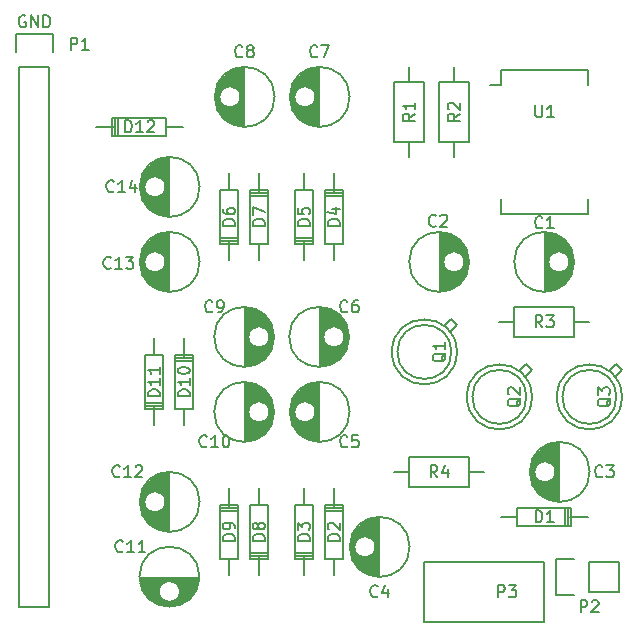
<source format=gto>
G04 #@! TF.FileFunction,Legend,Top*
%FSLAX46Y46*%
G04 Gerber Fmt 4.6, Leading zero omitted, Abs format (unit mm)*
G04 Created by KiCad (PCBNEW 4.0.4+e1-6308~48~ubuntu16.04.1-stable) date Mon Oct 24 14:34:27 2016*
%MOMM*%
%LPD*%
G01*
G04 APERTURE LIST*
%ADD10C,0.100000*%
%ADD11C,0.150000*%
G04 APERTURE END LIST*
D10*
D11*
X106680000Y-78740000D02*
X116840000Y-78740000D01*
X116840000Y-78740000D02*
X116840000Y-83820000D01*
X116840000Y-83820000D02*
X106680000Y-83820000D01*
X106680000Y-83820000D02*
X106680000Y-78740000D01*
X117830000Y-81560000D02*
X119380000Y-81560000D01*
X123190000Y-81280000D02*
X120650000Y-81280000D01*
X120650000Y-81280000D02*
X120650000Y-78740000D01*
X119380000Y-78460000D02*
X117830000Y-78460000D01*
X117830000Y-78460000D02*
X117830000Y-81560000D01*
X120650000Y-78740000D02*
X123190000Y-78740000D01*
X123190000Y-78740000D02*
X123190000Y-81280000D01*
X72390000Y-36830000D02*
X72390000Y-82550000D01*
X72390000Y-82550000D02*
X74930000Y-82550000D01*
X74930000Y-82550000D02*
X74930000Y-36830000D01*
X72110000Y-34010000D02*
X72110000Y-35560000D01*
X72390000Y-36830000D02*
X74930000Y-36830000D01*
X75210000Y-35560000D02*
X75210000Y-34010000D01*
X75210000Y-34010000D02*
X72110000Y-34010000D01*
X108005000Y-50841000D02*
X108005000Y-55839000D01*
X108145000Y-50849000D02*
X108145000Y-55831000D01*
X108285000Y-50865000D02*
X108285000Y-53245000D01*
X108285000Y-53435000D02*
X108285000Y-55815000D01*
X108425000Y-50889000D02*
X108425000Y-52850000D01*
X108425000Y-53830000D02*
X108425000Y-55791000D01*
X108565000Y-50922000D02*
X108565000Y-52683000D01*
X108565000Y-53997000D02*
X108565000Y-55758000D01*
X108705000Y-50963000D02*
X108705000Y-52576000D01*
X108705000Y-54104000D02*
X108705000Y-55717000D01*
X108845000Y-51013000D02*
X108845000Y-52505000D01*
X108845000Y-54175000D02*
X108845000Y-55667000D01*
X108985000Y-51074000D02*
X108985000Y-52461000D01*
X108985000Y-54219000D02*
X108985000Y-55606000D01*
X109125000Y-51144000D02*
X109125000Y-52442000D01*
X109125000Y-54238000D02*
X109125000Y-55536000D01*
X109265000Y-51226000D02*
X109265000Y-52444000D01*
X109265000Y-54236000D02*
X109265000Y-55454000D01*
X109405000Y-51321000D02*
X109405000Y-52469000D01*
X109405000Y-54211000D02*
X109405000Y-55359000D01*
X109545000Y-51432000D02*
X109545000Y-52517000D01*
X109545000Y-54163000D02*
X109545000Y-55248000D01*
X109685000Y-51560000D02*
X109685000Y-52595000D01*
X109685000Y-54085000D02*
X109685000Y-55120000D01*
X109825000Y-51709000D02*
X109825000Y-52712000D01*
X109825000Y-53968000D02*
X109825000Y-54971000D01*
X109965000Y-51888000D02*
X109965000Y-52900000D01*
X109965000Y-53780000D02*
X109965000Y-54792000D01*
X110105000Y-52107000D02*
X110105000Y-54573000D01*
X110245000Y-52396000D02*
X110245000Y-54284000D01*
X110385000Y-52868000D02*
X110385000Y-53812000D01*
X110080000Y-53340000D02*
G75*
G03X110080000Y-53340000I-900000J0D01*
G01*
X110467500Y-53340000D02*
G75*
G03X110467500Y-53340000I-2537500J0D01*
G01*
X116895000Y-50841000D02*
X116895000Y-55839000D01*
X117035000Y-50849000D02*
X117035000Y-55831000D01*
X117175000Y-50865000D02*
X117175000Y-53245000D01*
X117175000Y-53435000D02*
X117175000Y-55815000D01*
X117315000Y-50889000D02*
X117315000Y-52850000D01*
X117315000Y-53830000D02*
X117315000Y-55791000D01*
X117455000Y-50922000D02*
X117455000Y-52683000D01*
X117455000Y-53997000D02*
X117455000Y-55758000D01*
X117595000Y-50963000D02*
X117595000Y-52576000D01*
X117595000Y-54104000D02*
X117595000Y-55717000D01*
X117735000Y-51013000D02*
X117735000Y-52505000D01*
X117735000Y-54175000D02*
X117735000Y-55667000D01*
X117875000Y-51074000D02*
X117875000Y-52461000D01*
X117875000Y-54219000D02*
X117875000Y-55606000D01*
X118015000Y-51144000D02*
X118015000Y-52442000D01*
X118015000Y-54238000D02*
X118015000Y-55536000D01*
X118155000Y-51226000D02*
X118155000Y-52444000D01*
X118155000Y-54236000D02*
X118155000Y-55454000D01*
X118295000Y-51321000D02*
X118295000Y-52469000D01*
X118295000Y-54211000D02*
X118295000Y-55359000D01*
X118435000Y-51432000D02*
X118435000Y-52517000D01*
X118435000Y-54163000D02*
X118435000Y-55248000D01*
X118575000Y-51560000D02*
X118575000Y-52595000D01*
X118575000Y-54085000D02*
X118575000Y-55120000D01*
X118715000Y-51709000D02*
X118715000Y-52712000D01*
X118715000Y-53968000D02*
X118715000Y-54971000D01*
X118855000Y-51888000D02*
X118855000Y-52900000D01*
X118855000Y-53780000D02*
X118855000Y-54792000D01*
X118995000Y-52107000D02*
X118995000Y-54573000D01*
X119135000Y-52396000D02*
X119135000Y-54284000D01*
X119275000Y-52868000D02*
X119275000Y-53812000D01*
X118970000Y-53340000D02*
G75*
G03X118970000Y-53340000I-900000J0D01*
G01*
X119357500Y-53340000D02*
G75*
G03X119357500Y-53340000I-2537500J0D01*
G01*
X118055000Y-73619000D02*
X118055000Y-68621000D01*
X117915000Y-73611000D02*
X117915000Y-68629000D01*
X117775000Y-73595000D02*
X117775000Y-71215000D01*
X117775000Y-71025000D02*
X117775000Y-68645000D01*
X117635000Y-73571000D02*
X117635000Y-71610000D01*
X117635000Y-70630000D02*
X117635000Y-68669000D01*
X117495000Y-73538000D02*
X117495000Y-71777000D01*
X117495000Y-70463000D02*
X117495000Y-68702000D01*
X117355000Y-73497000D02*
X117355000Y-71884000D01*
X117355000Y-70356000D02*
X117355000Y-68743000D01*
X117215000Y-73447000D02*
X117215000Y-71955000D01*
X117215000Y-70285000D02*
X117215000Y-68793000D01*
X117075000Y-73386000D02*
X117075000Y-71999000D01*
X117075000Y-70241000D02*
X117075000Y-68854000D01*
X116935000Y-73316000D02*
X116935000Y-72018000D01*
X116935000Y-70222000D02*
X116935000Y-68924000D01*
X116795000Y-73234000D02*
X116795000Y-72016000D01*
X116795000Y-70224000D02*
X116795000Y-69006000D01*
X116655000Y-73139000D02*
X116655000Y-71991000D01*
X116655000Y-70249000D02*
X116655000Y-69101000D01*
X116515000Y-73028000D02*
X116515000Y-71943000D01*
X116515000Y-70297000D02*
X116515000Y-69212000D01*
X116375000Y-72900000D02*
X116375000Y-71865000D01*
X116375000Y-70375000D02*
X116375000Y-69340000D01*
X116235000Y-72751000D02*
X116235000Y-71748000D01*
X116235000Y-70492000D02*
X116235000Y-69489000D01*
X116095000Y-72572000D02*
X116095000Y-71560000D01*
X116095000Y-70680000D02*
X116095000Y-69668000D01*
X115955000Y-72353000D02*
X115955000Y-69887000D01*
X115815000Y-72064000D02*
X115815000Y-70176000D01*
X115675000Y-71592000D02*
X115675000Y-70648000D01*
X117780000Y-71120000D02*
G75*
G03X117780000Y-71120000I-900000J0D01*
G01*
X120667500Y-71120000D02*
G75*
G03X120667500Y-71120000I-2537500J0D01*
G01*
X102815000Y-79969000D02*
X102815000Y-74971000D01*
X102675000Y-79961000D02*
X102675000Y-74979000D01*
X102535000Y-79945000D02*
X102535000Y-77565000D01*
X102535000Y-77375000D02*
X102535000Y-74995000D01*
X102395000Y-79921000D02*
X102395000Y-77960000D01*
X102395000Y-76980000D02*
X102395000Y-75019000D01*
X102255000Y-79888000D02*
X102255000Y-78127000D01*
X102255000Y-76813000D02*
X102255000Y-75052000D01*
X102115000Y-79847000D02*
X102115000Y-78234000D01*
X102115000Y-76706000D02*
X102115000Y-75093000D01*
X101975000Y-79797000D02*
X101975000Y-78305000D01*
X101975000Y-76635000D02*
X101975000Y-75143000D01*
X101835000Y-79736000D02*
X101835000Y-78349000D01*
X101835000Y-76591000D02*
X101835000Y-75204000D01*
X101695000Y-79666000D02*
X101695000Y-78368000D01*
X101695000Y-76572000D02*
X101695000Y-75274000D01*
X101555000Y-79584000D02*
X101555000Y-78366000D01*
X101555000Y-76574000D02*
X101555000Y-75356000D01*
X101415000Y-79489000D02*
X101415000Y-78341000D01*
X101415000Y-76599000D02*
X101415000Y-75451000D01*
X101275000Y-79378000D02*
X101275000Y-78293000D01*
X101275000Y-76647000D02*
X101275000Y-75562000D01*
X101135000Y-79250000D02*
X101135000Y-78215000D01*
X101135000Y-76725000D02*
X101135000Y-75690000D01*
X100995000Y-79101000D02*
X100995000Y-78098000D01*
X100995000Y-76842000D02*
X100995000Y-75839000D01*
X100855000Y-78922000D02*
X100855000Y-77910000D01*
X100855000Y-77030000D02*
X100855000Y-76018000D01*
X100715000Y-78703000D02*
X100715000Y-76237000D01*
X100575000Y-78414000D02*
X100575000Y-76526000D01*
X100435000Y-77942000D02*
X100435000Y-76998000D01*
X102540000Y-77470000D02*
G75*
G03X102540000Y-77470000I-900000J0D01*
G01*
X105427500Y-77470000D02*
G75*
G03X105427500Y-77470000I-2537500J0D01*
G01*
X97735000Y-68539000D02*
X97735000Y-63541000D01*
X97595000Y-68531000D02*
X97595000Y-63549000D01*
X97455000Y-68515000D02*
X97455000Y-66135000D01*
X97455000Y-65945000D02*
X97455000Y-63565000D01*
X97315000Y-68491000D02*
X97315000Y-66530000D01*
X97315000Y-65550000D02*
X97315000Y-63589000D01*
X97175000Y-68458000D02*
X97175000Y-66697000D01*
X97175000Y-65383000D02*
X97175000Y-63622000D01*
X97035000Y-68417000D02*
X97035000Y-66804000D01*
X97035000Y-65276000D02*
X97035000Y-63663000D01*
X96895000Y-68367000D02*
X96895000Y-66875000D01*
X96895000Y-65205000D02*
X96895000Y-63713000D01*
X96755000Y-68306000D02*
X96755000Y-66919000D01*
X96755000Y-65161000D02*
X96755000Y-63774000D01*
X96615000Y-68236000D02*
X96615000Y-66938000D01*
X96615000Y-65142000D02*
X96615000Y-63844000D01*
X96475000Y-68154000D02*
X96475000Y-66936000D01*
X96475000Y-65144000D02*
X96475000Y-63926000D01*
X96335000Y-68059000D02*
X96335000Y-66911000D01*
X96335000Y-65169000D02*
X96335000Y-64021000D01*
X96195000Y-67948000D02*
X96195000Y-66863000D01*
X96195000Y-65217000D02*
X96195000Y-64132000D01*
X96055000Y-67820000D02*
X96055000Y-66785000D01*
X96055000Y-65295000D02*
X96055000Y-64260000D01*
X95915000Y-67671000D02*
X95915000Y-66668000D01*
X95915000Y-65412000D02*
X95915000Y-64409000D01*
X95775000Y-67492000D02*
X95775000Y-66480000D01*
X95775000Y-65600000D02*
X95775000Y-64588000D01*
X95635000Y-67273000D02*
X95635000Y-64807000D01*
X95495000Y-66984000D02*
X95495000Y-65096000D01*
X95355000Y-66512000D02*
X95355000Y-65568000D01*
X97460000Y-66040000D02*
G75*
G03X97460000Y-66040000I-900000J0D01*
G01*
X100347500Y-66040000D02*
G75*
G03X100347500Y-66040000I-2537500J0D01*
G01*
X97845000Y-57191000D02*
X97845000Y-62189000D01*
X97985000Y-57199000D02*
X97985000Y-62181000D01*
X98125000Y-57215000D02*
X98125000Y-59595000D01*
X98125000Y-59785000D02*
X98125000Y-62165000D01*
X98265000Y-57239000D02*
X98265000Y-59200000D01*
X98265000Y-60180000D02*
X98265000Y-62141000D01*
X98405000Y-57272000D02*
X98405000Y-59033000D01*
X98405000Y-60347000D02*
X98405000Y-62108000D01*
X98545000Y-57313000D02*
X98545000Y-58926000D01*
X98545000Y-60454000D02*
X98545000Y-62067000D01*
X98685000Y-57363000D02*
X98685000Y-58855000D01*
X98685000Y-60525000D02*
X98685000Y-62017000D01*
X98825000Y-57424000D02*
X98825000Y-58811000D01*
X98825000Y-60569000D02*
X98825000Y-61956000D01*
X98965000Y-57494000D02*
X98965000Y-58792000D01*
X98965000Y-60588000D02*
X98965000Y-61886000D01*
X99105000Y-57576000D02*
X99105000Y-58794000D01*
X99105000Y-60586000D02*
X99105000Y-61804000D01*
X99245000Y-57671000D02*
X99245000Y-58819000D01*
X99245000Y-60561000D02*
X99245000Y-61709000D01*
X99385000Y-57782000D02*
X99385000Y-58867000D01*
X99385000Y-60513000D02*
X99385000Y-61598000D01*
X99525000Y-57910000D02*
X99525000Y-58945000D01*
X99525000Y-60435000D02*
X99525000Y-61470000D01*
X99665000Y-58059000D02*
X99665000Y-59062000D01*
X99665000Y-60318000D02*
X99665000Y-61321000D01*
X99805000Y-58238000D02*
X99805000Y-59250000D01*
X99805000Y-60130000D02*
X99805000Y-61142000D01*
X99945000Y-58457000D02*
X99945000Y-60923000D01*
X100085000Y-58746000D02*
X100085000Y-60634000D01*
X100225000Y-59218000D02*
X100225000Y-60162000D01*
X99920000Y-59690000D02*
G75*
G03X99920000Y-59690000I-900000J0D01*
G01*
X100307500Y-59690000D02*
G75*
G03X100307500Y-59690000I-2537500J0D01*
G01*
X97735000Y-41869000D02*
X97735000Y-36871000D01*
X97595000Y-41861000D02*
X97595000Y-36879000D01*
X97455000Y-41845000D02*
X97455000Y-39465000D01*
X97455000Y-39275000D02*
X97455000Y-36895000D01*
X97315000Y-41821000D02*
X97315000Y-39860000D01*
X97315000Y-38880000D02*
X97315000Y-36919000D01*
X97175000Y-41788000D02*
X97175000Y-40027000D01*
X97175000Y-38713000D02*
X97175000Y-36952000D01*
X97035000Y-41747000D02*
X97035000Y-40134000D01*
X97035000Y-38606000D02*
X97035000Y-36993000D01*
X96895000Y-41697000D02*
X96895000Y-40205000D01*
X96895000Y-38535000D02*
X96895000Y-37043000D01*
X96755000Y-41636000D02*
X96755000Y-40249000D01*
X96755000Y-38491000D02*
X96755000Y-37104000D01*
X96615000Y-41566000D02*
X96615000Y-40268000D01*
X96615000Y-38472000D02*
X96615000Y-37174000D01*
X96475000Y-41484000D02*
X96475000Y-40266000D01*
X96475000Y-38474000D02*
X96475000Y-37256000D01*
X96335000Y-41389000D02*
X96335000Y-40241000D01*
X96335000Y-38499000D02*
X96335000Y-37351000D01*
X96195000Y-41278000D02*
X96195000Y-40193000D01*
X96195000Y-38547000D02*
X96195000Y-37462000D01*
X96055000Y-41150000D02*
X96055000Y-40115000D01*
X96055000Y-38625000D02*
X96055000Y-37590000D01*
X95915000Y-41001000D02*
X95915000Y-39998000D01*
X95915000Y-38742000D02*
X95915000Y-37739000D01*
X95775000Y-40822000D02*
X95775000Y-39810000D01*
X95775000Y-38930000D02*
X95775000Y-37918000D01*
X95635000Y-40603000D02*
X95635000Y-38137000D01*
X95495000Y-40314000D02*
X95495000Y-38426000D01*
X95355000Y-39842000D02*
X95355000Y-38898000D01*
X97460000Y-39370000D02*
G75*
G03X97460000Y-39370000I-900000J0D01*
G01*
X100347500Y-39370000D02*
G75*
G03X100347500Y-39370000I-2537500J0D01*
G01*
X91385000Y-41869000D02*
X91385000Y-36871000D01*
X91245000Y-41861000D02*
X91245000Y-36879000D01*
X91105000Y-41845000D02*
X91105000Y-39465000D01*
X91105000Y-39275000D02*
X91105000Y-36895000D01*
X90965000Y-41821000D02*
X90965000Y-39860000D01*
X90965000Y-38880000D02*
X90965000Y-36919000D01*
X90825000Y-41788000D02*
X90825000Y-40027000D01*
X90825000Y-38713000D02*
X90825000Y-36952000D01*
X90685000Y-41747000D02*
X90685000Y-40134000D01*
X90685000Y-38606000D02*
X90685000Y-36993000D01*
X90545000Y-41697000D02*
X90545000Y-40205000D01*
X90545000Y-38535000D02*
X90545000Y-37043000D01*
X90405000Y-41636000D02*
X90405000Y-40249000D01*
X90405000Y-38491000D02*
X90405000Y-37104000D01*
X90265000Y-41566000D02*
X90265000Y-40268000D01*
X90265000Y-38472000D02*
X90265000Y-37174000D01*
X90125000Y-41484000D02*
X90125000Y-40266000D01*
X90125000Y-38474000D02*
X90125000Y-37256000D01*
X89985000Y-41389000D02*
X89985000Y-40241000D01*
X89985000Y-38499000D02*
X89985000Y-37351000D01*
X89845000Y-41278000D02*
X89845000Y-40193000D01*
X89845000Y-38547000D02*
X89845000Y-37462000D01*
X89705000Y-41150000D02*
X89705000Y-40115000D01*
X89705000Y-38625000D02*
X89705000Y-37590000D01*
X89565000Y-41001000D02*
X89565000Y-39998000D01*
X89565000Y-38742000D02*
X89565000Y-37739000D01*
X89425000Y-40822000D02*
X89425000Y-39810000D01*
X89425000Y-38930000D02*
X89425000Y-37918000D01*
X89285000Y-40603000D02*
X89285000Y-38137000D01*
X89145000Y-40314000D02*
X89145000Y-38426000D01*
X89005000Y-39842000D02*
X89005000Y-38898000D01*
X91110000Y-39370000D02*
G75*
G03X91110000Y-39370000I-900000J0D01*
G01*
X93997500Y-39370000D02*
G75*
G03X93997500Y-39370000I-2537500J0D01*
G01*
X91495000Y-57191000D02*
X91495000Y-62189000D01*
X91635000Y-57199000D02*
X91635000Y-62181000D01*
X91775000Y-57215000D02*
X91775000Y-59595000D01*
X91775000Y-59785000D02*
X91775000Y-62165000D01*
X91915000Y-57239000D02*
X91915000Y-59200000D01*
X91915000Y-60180000D02*
X91915000Y-62141000D01*
X92055000Y-57272000D02*
X92055000Y-59033000D01*
X92055000Y-60347000D02*
X92055000Y-62108000D01*
X92195000Y-57313000D02*
X92195000Y-58926000D01*
X92195000Y-60454000D02*
X92195000Y-62067000D01*
X92335000Y-57363000D02*
X92335000Y-58855000D01*
X92335000Y-60525000D02*
X92335000Y-62017000D01*
X92475000Y-57424000D02*
X92475000Y-58811000D01*
X92475000Y-60569000D02*
X92475000Y-61956000D01*
X92615000Y-57494000D02*
X92615000Y-58792000D01*
X92615000Y-60588000D02*
X92615000Y-61886000D01*
X92755000Y-57576000D02*
X92755000Y-58794000D01*
X92755000Y-60586000D02*
X92755000Y-61804000D01*
X92895000Y-57671000D02*
X92895000Y-58819000D01*
X92895000Y-60561000D02*
X92895000Y-61709000D01*
X93035000Y-57782000D02*
X93035000Y-58867000D01*
X93035000Y-60513000D02*
X93035000Y-61598000D01*
X93175000Y-57910000D02*
X93175000Y-58945000D01*
X93175000Y-60435000D02*
X93175000Y-61470000D01*
X93315000Y-58059000D02*
X93315000Y-59062000D01*
X93315000Y-60318000D02*
X93315000Y-61321000D01*
X93455000Y-58238000D02*
X93455000Y-59250000D01*
X93455000Y-60130000D02*
X93455000Y-61142000D01*
X93595000Y-58457000D02*
X93595000Y-60923000D01*
X93735000Y-58746000D02*
X93735000Y-60634000D01*
X93875000Y-59218000D02*
X93875000Y-60162000D01*
X93570000Y-59690000D02*
G75*
G03X93570000Y-59690000I-900000J0D01*
G01*
X93957500Y-59690000D02*
G75*
G03X93957500Y-59690000I-2537500J0D01*
G01*
X91495000Y-63541000D02*
X91495000Y-68539000D01*
X91635000Y-63549000D02*
X91635000Y-68531000D01*
X91775000Y-63565000D02*
X91775000Y-65945000D01*
X91775000Y-66135000D02*
X91775000Y-68515000D01*
X91915000Y-63589000D02*
X91915000Y-65550000D01*
X91915000Y-66530000D02*
X91915000Y-68491000D01*
X92055000Y-63622000D02*
X92055000Y-65383000D01*
X92055000Y-66697000D02*
X92055000Y-68458000D01*
X92195000Y-63663000D02*
X92195000Y-65276000D01*
X92195000Y-66804000D02*
X92195000Y-68417000D01*
X92335000Y-63713000D02*
X92335000Y-65205000D01*
X92335000Y-66875000D02*
X92335000Y-68367000D01*
X92475000Y-63774000D02*
X92475000Y-65161000D01*
X92475000Y-66919000D02*
X92475000Y-68306000D01*
X92615000Y-63844000D02*
X92615000Y-65142000D01*
X92615000Y-66938000D02*
X92615000Y-68236000D01*
X92755000Y-63926000D02*
X92755000Y-65144000D01*
X92755000Y-66936000D02*
X92755000Y-68154000D01*
X92895000Y-64021000D02*
X92895000Y-65169000D01*
X92895000Y-66911000D02*
X92895000Y-68059000D01*
X93035000Y-64132000D02*
X93035000Y-65217000D01*
X93035000Y-66863000D02*
X93035000Y-67948000D01*
X93175000Y-64260000D02*
X93175000Y-65295000D01*
X93175000Y-66785000D02*
X93175000Y-67820000D01*
X93315000Y-64409000D02*
X93315000Y-65412000D01*
X93315000Y-66668000D02*
X93315000Y-67671000D01*
X93455000Y-64588000D02*
X93455000Y-65600000D01*
X93455000Y-66480000D02*
X93455000Y-67492000D01*
X93595000Y-64807000D02*
X93595000Y-67273000D01*
X93735000Y-65096000D02*
X93735000Y-66984000D01*
X93875000Y-65568000D02*
X93875000Y-66512000D01*
X93570000Y-66040000D02*
G75*
G03X93570000Y-66040000I-900000J0D01*
G01*
X93957500Y-66040000D02*
G75*
G03X93957500Y-66040000I-2537500J0D01*
G01*
X87589000Y-80065000D02*
X82591000Y-80065000D01*
X87581000Y-80205000D02*
X82599000Y-80205000D01*
X87565000Y-80345000D02*
X85185000Y-80345000D01*
X84995000Y-80345000D02*
X82615000Y-80345000D01*
X87541000Y-80485000D02*
X85580000Y-80485000D01*
X84600000Y-80485000D02*
X82639000Y-80485000D01*
X87508000Y-80625000D02*
X85747000Y-80625000D01*
X84433000Y-80625000D02*
X82672000Y-80625000D01*
X87467000Y-80765000D02*
X85854000Y-80765000D01*
X84326000Y-80765000D02*
X82713000Y-80765000D01*
X87417000Y-80905000D02*
X85925000Y-80905000D01*
X84255000Y-80905000D02*
X82763000Y-80905000D01*
X87356000Y-81045000D02*
X85969000Y-81045000D01*
X84211000Y-81045000D02*
X82824000Y-81045000D01*
X87286000Y-81185000D02*
X85988000Y-81185000D01*
X84192000Y-81185000D02*
X82894000Y-81185000D01*
X87204000Y-81325000D02*
X85986000Y-81325000D01*
X84194000Y-81325000D02*
X82976000Y-81325000D01*
X87109000Y-81465000D02*
X85961000Y-81465000D01*
X84219000Y-81465000D02*
X83071000Y-81465000D01*
X86998000Y-81605000D02*
X85913000Y-81605000D01*
X84267000Y-81605000D02*
X83182000Y-81605000D01*
X86870000Y-81745000D02*
X85835000Y-81745000D01*
X84345000Y-81745000D02*
X83310000Y-81745000D01*
X86721000Y-81885000D02*
X85718000Y-81885000D01*
X84462000Y-81885000D02*
X83459000Y-81885000D01*
X86542000Y-82025000D02*
X85530000Y-82025000D01*
X84650000Y-82025000D02*
X83638000Y-82025000D01*
X86323000Y-82165000D02*
X83857000Y-82165000D01*
X86034000Y-82305000D02*
X84146000Y-82305000D01*
X85562000Y-82445000D02*
X84618000Y-82445000D01*
X85990000Y-81240000D02*
G75*
G03X85990000Y-81240000I-900000J0D01*
G01*
X87627500Y-79990000D02*
G75*
G03X87627500Y-79990000I-2537500J0D01*
G01*
X85035000Y-76159000D02*
X85035000Y-71161000D01*
X84895000Y-76151000D02*
X84895000Y-71169000D01*
X84755000Y-76135000D02*
X84755000Y-73755000D01*
X84755000Y-73565000D02*
X84755000Y-71185000D01*
X84615000Y-76111000D02*
X84615000Y-74150000D01*
X84615000Y-73170000D02*
X84615000Y-71209000D01*
X84475000Y-76078000D02*
X84475000Y-74317000D01*
X84475000Y-73003000D02*
X84475000Y-71242000D01*
X84335000Y-76037000D02*
X84335000Y-74424000D01*
X84335000Y-72896000D02*
X84335000Y-71283000D01*
X84195000Y-75987000D02*
X84195000Y-74495000D01*
X84195000Y-72825000D02*
X84195000Y-71333000D01*
X84055000Y-75926000D02*
X84055000Y-74539000D01*
X84055000Y-72781000D02*
X84055000Y-71394000D01*
X83915000Y-75856000D02*
X83915000Y-74558000D01*
X83915000Y-72762000D02*
X83915000Y-71464000D01*
X83775000Y-75774000D02*
X83775000Y-74556000D01*
X83775000Y-72764000D02*
X83775000Y-71546000D01*
X83635000Y-75679000D02*
X83635000Y-74531000D01*
X83635000Y-72789000D02*
X83635000Y-71641000D01*
X83495000Y-75568000D02*
X83495000Y-74483000D01*
X83495000Y-72837000D02*
X83495000Y-71752000D01*
X83355000Y-75440000D02*
X83355000Y-74405000D01*
X83355000Y-72915000D02*
X83355000Y-71880000D01*
X83215000Y-75291000D02*
X83215000Y-74288000D01*
X83215000Y-73032000D02*
X83215000Y-72029000D01*
X83075000Y-75112000D02*
X83075000Y-74100000D01*
X83075000Y-73220000D02*
X83075000Y-72208000D01*
X82935000Y-74893000D02*
X82935000Y-72427000D01*
X82795000Y-74604000D02*
X82795000Y-72716000D01*
X82655000Y-74132000D02*
X82655000Y-73188000D01*
X84760000Y-73660000D02*
G75*
G03X84760000Y-73660000I-900000J0D01*
G01*
X87647500Y-73660000D02*
G75*
G03X87647500Y-73660000I-2537500J0D01*
G01*
X85035000Y-55839000D02*
X85035000Y-50841000D01*
X84895000Y-55831000D02*
X84895000Y-50849000D01*
X84755000Y-55815000D02*
X84755000Y-53435000D01*
X84755000Y-53245000D02*
X84755000Y-50865000D01*
X84615000Y-55791000D02*
X84615000Y-53830000D01*
X84615000Y-52850000D02*
X84615000Y-50889000D01*
X84475000Y-55758000D02*
X84475000Y-53997000D01*
X84475000Y-52683000D02*
X84475000Y-50922000D01*
X84335000Y-55717000D02*
X84335000Y-54104000D01*
X84335000Y-52576000D02*
X84335000Y-50963000D01*
X84195000Y-55667000D02*
X84195000Y-54175000D01*
X84195000Y-52505000D02*
X84195000Y-51013000D01*
X84055000Y-55606000D02*
X84055000Y-54219000D01*
X84055000Y-52461000D02*
X84055000Y-51074000D01*
X83915000Y-55536000D02*
X83915000Y-54238000D01*
X83915000Y-52442000D02*
X83915000Y-51144000D01*
X83775000Y-55454000D02*
X83775000Y-54236000D01*
X83775000Y-52444000D02*
X83775000Y-51226000D01*
X83635000Y-55359000D02*
X83635000Y-54211000D01*
X83635000Y-52469000D02*
X83635000Y-51321000D01*
X83495000Y-55248000D02*
X83495000Y-54163000D01*
X83495000Y-52517000D02*
X83495000Y-51432000D01*
X83355000Y-55120000D02*
X83355000Y-54085000D01*
X83355000Y-52595000D02*
X83355000Y-51560000D01*
X83215000Y-54971000D02*
X83215000Y-53968000D01*
X83215000Y-52712000D02*
X83215000Y-51709000D01*
X83075000Y-54792000D02*
X83075000Y-53780000D01*
X83075000Y-52900000D02*
X83075000Y-51888000D01*
X82935000Y-54573000D02*
X82935000Y-52107000D01*
X82795000Y-54284000D02*
X82795000Y-52396000D01*
X82655000Y-53812000D02*
X82655000Y-52868000D01*
X84760000Y-53340000D02*
G75*
G03X84760000Y-53340000I-900000J0D01*
G01*
X87647500Y-53340000D02*
G75*
G03X87647500Y-53340000I-2537500J0D01*
G01*
X85035000Y-49489000D02*
X85035000Y-44491000D01*
X84895000Y-49481000D02*
X84895000Y-44499000D01*
X84755000Y-49465000D02*
X84755000Y-47085000D01*
X84755000Y-46895000D02*
X84755000Y-44515000D01*
X84615000Y-49441000D02*
X84615000Y-47480000D01*
X84615000Y-46500000D02*
X84615000Y-44539000D01*
X84475000Y-49408000D02*
X84475000Y-47647000D01*
X84475000Y-46333000D02*
X84475000Y-44572000D01*
X84335000Y-49367000D02*
X84335000Y-47754000D01*
X84335000Y-46226000D02*
X84335000Y-44613000D01*
X84195000Y-49317000D02*
X84195000Y-47825000D01*
X84195000Y-46155000D02*
X84195000Y-44663000D01*
X84055000Y-49256000D02*
X84055000Y-47869000D01*
X84055000Y-46111000D02*
X84055000Y-44724000D01*
X83915000Y-49186000D02*
X83915000Y-47888000D01*
X83915000Y-46092000D02*
X83915000Y-44794000D01*
X83775000Y-49104000D02*
X83775000Y-47886000D01*
X83775000Y-46094000D02*
X83775000Y-44876000D01*
X83635000Y-49009000D02*
X83635000Y-47861000D01*
X83635000Y-46119000D02*
X83635000Y-44971000D01*
X83495000Y-48898000D02*
X83495000Y-47813000D01*
X83495000Y-46167000D02*
X83495000Y-45082000D01*
X83355000Y-48770000D02*
X83355000Y-47735000D01*
X83355000Y-46245000D02*
X83355000Y-45210000D01*
X83215000Y-48621000D02*
X83215000Y-47618000D01*
X83215000Y-46362000D02*
X83215000Y-45359000D01*
X83075000Y-48442000D02*
X83075000Y-47430000D01*
X83075000Y-46550000D02*
X83075000Y-45538000D01*
X82935000Y-48223000D02*
X82935000Y-45757000D01*
X82795000Y-47934000D02*
X82795000Y-46046000D01*
X82655000Y-47462000D02*
X82655000Y-46518000D01*
X84760000Y-46990000D02*
G75*
G03X84760000Y-46990000I-900000J0D01*
G01*
X87647500Y-46990000D02*
G75*
G03X87647500Y-46990000I-2537500J0D01*
G01*
X113165000Y-37075000D02*
X113165000Y-38345000D01*
X120515000Y-37075000D02*
X120515000Y-38345000D01*
X120515000Y-49285000D02*
X120515000Y-48015000D01*
X113165000Y-49285000D02*
X113165000Y-48015000D01*
X113165000Y-37075000D02*
X120515000Y-37075000D01*
X113165000Y-49285000D02*
X120515000Y-49285000D01*
X113165000Y-38345000D02*
X112230000Y-38345000D01*
X114553480Y-74932540D02*
X113156480Y-74932540D01*
X118998480Y-74932540D02*
X120522480Y-74932540D01*
X118617480Y-75694540D02*
X118617480Y-74170540D01*
X118871480Y-75694540D02*
X118871480Y-74170540D01*
X119125480Y-74932540D02*
X119125480Y-74170540D01*
X119125480Y-74170540D02*
X114553480Y-74170540D01*
X114553480Y-74170540D02*
X114553480Y-75694540D01*
X114553480Y-75694540D02*
X119125480Y-75694540D01*
X119125480Y-75694540D02*
X119125480Y-74932540D01*
X99062540Y-78486520D02*
X99062540Y-79883520D01*
X99062540Y-74041520D02*
X99062540Y-72517520D01*
X99824540Y-74422520D02*
X98300540Y-74422520D01*
X99824540Y-74168520D02*
X98300540Y-74168520D01*
X99062540Y-73914520D02*
X98300540Y-73914520D01*
X98300540Y-73914520D02*
X98300540Y-78486520D01*
X98300540Y-78486520D02*
X99824540Y-78486520D01*
X99824540Y-78486520D02*
X99824540Y-73914520D01*
X99824540Y-73914520D02*
X99062540Y-73914520D01*
X96517460Y-73913480D02*
X96517460Y-72516480D01*
X96517460Y-78358480D02*
X96517460Y-79882480D01*
X95755460Y-77977480D02*
X97279460Y-77977480D01*
X95755460Y-78231480D02*
X97279460Y-78231480D01*
X96517460Y-78485480D02*
X97279460Y-78485480D01*
X97279460Y-78485480D02*
X97279460Y-73913480D01*
X97279460Y-73913480D02*
X95755460Y-73913480D01*
X95755460Y-73913480D02*
X95755460Y-78485480D01*
X95755460Y-78485480D02*
X96517460Y-78485480D01*
X99062540Y-51816520D02*
X99062540Y-53213520D01*
X99062540Y-47371520D02*
X99062540Y-45847520D01*
X99824540Y-47752520D02*
X98300540Y-47752520D01*
X99824540Y-47498520D02*
X98300540Y-47498520D01*
X99062540Y-47244520D02*
X98300540Y-47244520D01*
X98300540Y-47244520D02*
X98300540Y-51816520D01*
X98300540Y-51816520D02*
X99824540Y-51816520D01*
X99824540Y-51816520D02*
X99824540Y-47244520D01*
X99824540Y-47244520D02*
X99062540Y-47244520D01*
X96517460Y-47243480D02*
X96517460Y-45846480D01*
X96517460Y-51688480D02*
X96517460Y-53212480D01*
X95755460Y-51307480D02*
X97279460Y-51307480D01*
X95755460Y-51561480D02*
X97279460Y-51561480D01*
X96517460Y-51815480D02*
X97279460Y-51815480D01*
X97279460Y-51815480D02*
X97279460Y-47243480D01*
X97279460Y-47243480D02*
X95755460Y-47243480D01*
X95755460Y-47243480D02*
X95755460Y-51815480D01*
X95755460Y-51815480D02*
X96517460Y-51815480D01*
X90167460Y-47243480D02*
X90167460Y-45846480D01*
X90167460Y-51688480D02*
X90167460Y-53212480D01*
X89405460Y-51307480D02*
X90929460Y-51307480D01*
X89405460Y-51561480D02*
X90929460Y-51561480D01*
X90167460Y-51815480D02*
X90929460Y-51815480D01*
X90929460Y-51815480D02*
X90929460Y-47243480D01*
X90929460Y-47243480D02*
X89405460Y-47243480D01*
X89405460Y-47243480D02*
X89405460Y-51815480D01*
X89405460Y-51815480D02*
X90167460Y-51815480D01*
X92712540Y-51816520D02*
X92712540Y-53213520D01*
X92712540Y-47371520D02*
X92712540Y-45847520D01*
X93474540Y-47752520D02*
X91950540Y-47752520D01*
X93474540Y-47498520D02*
X91950540Y-47498520D01*
X92712540Y-47244520D02*
X91950540Y-47244520D01*
X91950540Y-47244520D02*
X91950540Y-51816520D01*
X91950540Y-51816520D02*
X93474540Y-51816520D01*
X93474540Y-51816520D02*
X93474540Y-47244520D01*
X93474540Y-47244520D02*
X92712540Y-47244520D01*
X92707460Y-73913480D02*
X92707460Y-72516480D01*
X92707460Y-78358480D02*
X92707460Y-79882480D01*
X91945460Y-77977480D02*
X93469460Y-77977480D01*
X91945460Y-78231480D02*
X93469460Y-78231480D01*
X92707460Y-78485480D02*
X93469460Y-78485480D01*
X93469460Y-78485480D02*
X93469460Y-73913480D01*
X93469460Y-73913480D02*
X91945460Y-73913480D01*
X91945460Y-73913480D02*
X91945460Y-78485480D01*
X91945460Y-78485480D02*
X92707460Y-78485480D01*
X90172540Y-78486520D02*
X90172540Y-79883520D01*
X90172540Y-74041520D02*
X90172540Y-72517520D01*
X90934540Y-74422520D02*
X89410540Y-74422520D01*
X90934540Y-74168520D02*
X89410540Y-74168520D01*
X90172540Y-73914520D02*
X89410540Y-73914520D01*
X89410540Y-73914520D02*
X89410540Y-78486520D01*
X89410540Y-78486520D02*
X90934540Y-78486520D01*
X90934540Y-78486520D02*
X90934540Y-73914520D01*
X90934540Y-73914520D02*
X90172540Y-73914520D01*
X86362540Y-65786520D02*
X86362540Y-67183520D01*
X86362540Y-61341520D02*
X86362540Y-59817520D01*
X87124540Y-61722520D02*
X85600540Y-61722520D01*
X87124540Y-61468520D02*
X85600540Y-61468520D01*
X86362540Y-61214520D02*
X85600540Y-61214520D01*
X85600540Y-61214520D02*
X85600540Y-65786520D01*
X85600540Y-65786520D02*
X87124540Y-65786520D01*
X87124540Y-65786520D02*
X87124540Y-61214520D01*
X87124540Y-61214520D02*
X86362540Y-61214520D01*
X83817460Y-61213480D02*
X83817460Y-59816480D01*
X83817460Y-65658480D02*
X83817460Y-67182480D01*
X83055460Y-65277480D02*
X84579460Y-65277480D01*
X83055460Y-65531480D02*
X84579460Y-65531480D01*
X83817460Y-65785480D02*
X84579460Y-65785480D01*
X84579460Y-65785480D02*
X84579460Y-61213480D01*
X84579460Y-61213480D02*
X83055460Y-61213480D01*
X83055460Y-61213480D02*
X83055460Y-65785480D01*
X83055460Y-65785480D02*
X83817460Y-65785480D01*
X84836520Y-41907460D02*
X86233520Y-41907460D01*
X80391520Y-41907460D02*
X78867520Y-41907460D01*
X80772520Y-41145460D02*
X80772520Y-42669460D01*
X80518520Y-41145460D02*
X80518520Y-42669460D01*
X80264520Y-41907460D02*
X80264520Y-42669460D01*
X80264520Y-42669460D02*
X84836520Y-42669460D01*
X84836520Y-42669460D02*
X84836520Y-41145460D01*
X84836520Y-41145460D02*
X80264520Y-41145460D01*
X80264520Y-41145460D02*
X80264520Y-41907460D01*
X106680000Y-38100000D02*
X106680000Y-43180000D01*
X106680000Y-43180000D02*
X104140000Y-43180000D01*
X104140000Y-43180000D02*
X104140000Y-38100000D01*
X104140000Y-38100000D02*
X106680000Y-38100000D01*
X105410000Y-38100000D02*
X105410000Y-36830000D01*
X105410000Y-43180000D02*
X105410000Y-44450000D01*
X110490000Y-38100000D02*
X110490000Y-43180000D01*
X110490000Y-43180000D02*
X107950000Y-43180000D01*
X107950000Y-43180000D02*
X107950000Y-38100000D01*
X107950000Y-38100000D02*
X110490000Y-38100000D01*
X109220000Y-38100000D02*
X109220000Y-36830000D01*
X109220000Y-43180000D02*
X109220000Y-44450000D01*
X114300000Y-57150000D02*
X119380000Y-57150000D01*
X119380000Y-57150000D02*
X119380000Y-59690000D01*
X119380000Y-59690000D02*
X114300000Y-59690000D01*
X114300000Y-59690000D02*
X114300000Y-57150000D01*
X114300000Y-58420000D02*
X113030000Y-58420000D01*
X119380000Y-58420000D02*
X120650000Y-58420000D01*
X110490000Y-72390000D02*
X105410000Y-72390000D01*
X105410000Y-72390000D02*
X105410000Y-69850000D01*
X105410000Y-69850000D02*
X110490000Y-69850000D01*
X110490000Y-69850000D02*
X110490000Y-72390000D01*
X110490000Y-71120000D02*
X111760000Y-71120000D01*
X105410000Y-71120000D02*
X104140000Y-71120000D01*
X108966000Y-58166000D02*
X108458000Y-58674000D01*
X108966000Y-59182000D02*
X109474000Y-58674000D01*
X109474000Y-58674000D02*
X108966000Y-58166000D01*
X108966000Y-60960000D02*
G75*
G03X108966000Y-60960000I-2286000J0D01*
G01*
X109430000Y-60960000D02*
G75*
G03X109430000Y-60960000I-2750000J0D01*
G01*
X122936000Y-61976000D02*
X122428000Y-62484000D01*
X122936000Y-62992000D02*
X123444000Y-62484000D01*
X123444000Y-62484000D02*
X122936000Y-61976000D01*
X122936000Y-64770000D02*
G75*
G03X122936000Y-64770000I-2286000J0D01*
G01*
X123400000Y-64770000D02*
G75*
G03X123400000Y-64770000I-2750000J0D01*
G01*
X115316000Y-61976000D02*
X114808000Y-62484000D01*
X115316000Y-62992000D02*
X115824000Y-62484000D01*
X115824000Y-62484000D02*
X115316000Y-61976000D01*
X115316000Y-64770000D02*
G75*
G03X115316000Y-64770000I-2286000J0D01*
G01*
X115780000Y-64770000D02*
G75*
G03X115780000Y-64770000I-2750000J0D01*
G01*
X112926905Y-81732381D02*
X112926905Y-80732381D01*
X113307858Y-80732381D01*
X113403096Y-80780000D01*
X113450715Y-80827619D01*
X113498334Y-80922857D01*
X113498334Y-81065714D01*
X113450715Y-81160952D01*
X113403096Y-81208571D01*
X113307858Y-81256190D01*
X112926905Y-81256190D01*
X113831667Y-80732381D02*
X114450715Y-80732381D01*
X114117381Y-81113333D01*
X114260239Y-81113333D01*
X114355477Y-81160952D01*
X114403096Y-81208571D01*
X114450715Y-81303810D01*
X114450715Y-81541905D01*
X114403096Y-81637143D01*
X114355477Y-81684762D01*
X114260239Y-81732381D01*
X113974524Y-81732381D01*
X113879286Y-81684762D01*
X113831667Y-81637143D01*
X119911905Y-83002381D02*
X119911905Y-82002381D01*
X120292858Y-82002381D01*
X120388096Y-82050000D01*
X120435715Y-82097619D01*
X120483334Y-82192857D01*
X120483334Y-82335714D01*
X120435715Y-82430952D01*
X120388096Y-82478571D01*
X120292858Y-82526190D01*
X119911905Y-82526190D01*
X120864286Y-82097619D02*
X120911905Y-82050000D01*
X121007143Y-82002381D01*
X121245239Y-82002381D01*
X121340477Y-82050000D01*
X121388096Y-82097619D01*
X121435715Y-82192857D01*
X121435715Y-82288095D01*
X121388096Y-82430952D01*
X120816667Y-83002381D01*
X121435715Y-83002381D01*
X76731905Y-35377381D02*
X76731905Y-34377381D01*
X77112858Y-34377381D01*
X77208096Y-34425000D01*
X77255715Y-34472619D01*
X77303334Y-34567857D01*
X77303334Y-34710714D01*
X77255715Y-34805952D01*
X77208096Y-34853571D01*
X77112858Y-34901190D01*
X76731905Y-34901190D01*
X78255715Y-35377381D02*
X77684286Y-35377381D01*
X77970000Y-35377381D02*
X77970000Y-34377381D01*
X77874762Y-34520238D01*
X77779524Y-34615476D01*
X77684286Y-34663095D01*
X72898096Y-32520000D02*
X72802858Y-32472381D01*
X72660001Y-32472381D01*
X72517143Y-32520000D01*
X72421905Y-32615238D01*
X72374286Y-32710476D01*
X72326667Y-32900952D01*
X72326667Y-33043810D01*
X72374286Y-33234286D01*
X72421905Y-33329524D01*
X72517143Y-33424762D01*
X72660001Y-33472381D01*
X72755239Y-33472381D01*
X72898096Y-33424762D01*
X72945715Y-33377143D01*
X72945715Y-33043810D01*
X72755239Y-33043810D01*
X73374286Y-33472381D02*
X73374286Y-32472381D01*
X73945715Y-33472381D01*
X73945715Y-32472381D01*
X74421905Y-33472381D02*
X74421905Y-32472381D01*
X74660000Y-32472381D01*
X74802858Y-32520000D01*
X74898096Y-32615238D01*
X74945715Y-32710476D01*
X74993334Y-32900952D01*
X74993334Y-33043810D01*
X74945715Y-33234286D01*
X74898096Y-33329524D01*
X74802858Y-33424762D01*
X74660000Y-33472381D01*
X74421905Y-33472381D01*
X107656334Y-50268143D02*
X107608715Y-50315762D01*
X107465858Y-50363381D01*
X107370620Y-50363381D01*
X107227762Y-50315762D01*
X107132524Y-50220524D01*
X107084905Y-50125286D01*
X107037286Y-49934810D01*
X107037286Y-49791952D01*
X107084905Y-49601476D01*
X107132524Y-49506238D01*
X107227762Y-49411000D01*
X107370620Y-49363381D01*
X107465858Y-49363381D01*
X107608715Y-49411000D01*
X107656334Y-49458619D01*
X108037286Y-49458619D02*
X108084905Y-49411000D01*
X108180143Y-49363381D01*
X108418239Y-49363381D01*
X108513477Y-49411000D01*
X108561096Y-49458619D01*
X108608715Y-49553857D01*
X108608715Y-49649095D01*
X108561096Y-49791952D01*
X107989667Y-50363381D01*
X108608715Y-50363381D01*
X116673334Y-50395143D02*
X116625715Y-50442762D01*
X116482858Y-50490381D01*
X116387620Y-50490381D01*
X116244762Y-50442762D01*
X116149524Y-50347524D01*
X116101905Y-50252286D01*
X116054286Y-50061810D01*
X116054286Y-49918952D01*
X116101905Y-49728476D01*
X116149524Y-49633238D01*
X116244762Y-49538000D01*
X116387620Y-49490381D01*
X116482858Y-49490381D01*
X116625715Y-49538000D01*
X116673334Y-49585619D01*
X117625715Y-50490381D02*
X117054286Y-50490381D01*
X117340000Y-50490381D02*
X117340000Y-49490381D01*
X117244762Y-49633238D01*
X117149524Y-49728476D01*
X117054286Y-49776095D01*
X121753334Y-71477143D02*
X121705715Y-71524762D01*
X121562858Y-71572381D01*
X121467620Y-71572381D01*
X121324762Y-71524762D01*
X121229524Y-71429524D01*
X121181905Y-71334286D01*
X121134286Y-71143810D01*
X121134286Y-71000952D01*
X121181905Y-70810476D01*
X121229524Y-70715238D01*
X121324762Y-70620000D01*
X121467620Y-70572381D01*
X121562858Y-70572381D01*
X121705715Y-70620000D01*
X121753334Y-70667619D01*
X122086667Y-70572381D02*
X122705715Y-70572381D01*
X122372381Y-70953333D01*
X122515239Y-70953333D01*
X122610477Y-71000952D01*
X122658096Y-71048571D01*
X122705715Y-71143810D01*
X122705715Y-71381905D01*
X122658096Y-71477143D01*
X122610477Y-71524762D01*
X122515239Y-71572381D01*
X122229524Y-71572381D01*
X122134286Y-71524762D01*
X122086667Y-71477143D01*
X102723334Y-81627143D02*
X102675715Y-81674762D01*
X102532858Y-81722381D01*
X102437620Y-81722381D01*
X102294762Y-81674762D01*
X102199524Y-81579524D01*
X102151905Y-81484286D01*
X102104286Y-81293810D01*
X102104286Y-81150952D01*
X102151905Y-80960476D01*
X102199524Y-80865238D01*
X102294762Y-80770000D01*
X102437620Y-80722381D01*
X102532858Y-80722381D01*
X102675715Y-80770000D01*
X102723334Y-80817619D01*
X103580477Y-81055714D02*
X103580477Y-81722381D01*
X103342381Y-80674762D02*
X103104286Y-81389048D01*
X103723334Y-81389048D01*
X100163334Y-68937143D02*
X100115715Y-68984762D01*
X99972858Y-69032381D01*
X99877620Y-69032381D01*
X99734762Y-68984762D01*
X99639524Y-68889524D01*
X99591905Y-68794286D01*
X99544286Y-68603810D01*
X99544286Y-68460952D01*
X99591905Y-68270476D01*
X99639524Y-68175238D01*
X99734762Y-68080000D01*
X99877620Y-68032381D01*
X99972858Y-68032381D01*
X100115715Y-68080000D01*
X100163334Y-68127619D01*
X101068096Y-68032381D02*
X100591905Y-68032381D01*
X100544286Y-68508571D01*
X100591905Y-68460952D01*
X100687143Y-68413333D01*
X100925239Y-68413333D01*
X101020477Y-68460952D01*
X101068096Y-68508571D01*
X101115715Y-68603810D01*
X101115715Y-68841905D01*
X101068096Y-68937143D01*
X101020477Y-68984762D01*
X100925239Y-69032381D01*
X100687143Y-69032381D01*
X100591905Y-68984762D01*
X100544286Y-68937143D01*
X100163334Y-57507143D02*
X100115715Y-57554762D01*
X99972858Y-57602381D01*
X99877620Y-57602381D01*
X99734762Y-57554762D01*
X99639524Y-57459524D01*
X99591905Y-57364286D01*
X99544286Y-57173810D01*
X99544286Y-57030952D01*
X99591905Y-56840476D01*
X99639524Y-56745238D01*
X99734762Y-56650000D01*
X99877620Y-56602381D01*
X99972858Y-56602381D01*
X100115715Y-56650000D01*
X100163334Y-56697619D01*
X101020477Y-56602381D02*
X100830000Y-56602381D01*
X100734762Y-56650000D01*
X100687143Y-56697619D01*
X100591905Y-56840476D01*
X100544286Y-57030952D01*
X100544286Y-57411905D01*
X100591905Y-57507143D01*
X100639524Y-57554762D01*
X100734762Y-57602381D01*
X100925239Y-57602381D01*
X101020477Y-57554762D01*
X101068096Y-57507143D01*
X101115715Y-57411905D01*
X101115715Y-57173810D01*
X101068096Y-57078571D01*
X101020477Y-57030952D01*
X100925239Y-56983333D01*
X100734762Y-56983333D01*
X100639524Y-57030952D01*
X100591905Y-57078571D01*
X100544286Y-57173810D01*
X97623334Y-35917143D02*
X97575715Y-35964762D01*
X97432858Y-36012381D01*
X97337620Y-36012381D01*
X97194762Y-35964762D01*
X97099524Y-35869524D01*
X97051905Y-35774286D01*
X97004286Y-35583810D01*
X97004286Y-35440952D01*
X97051905Y-35250476D01*
X97099524Y-35155238D01*
X97194762Y-35060000D01*
X97337620Y-35012381D01*
X97432858Y-35012381D01*
X97575715Y-35060000D01*
X97623334Y-35107619D01*
X97956667Y-35012381D02*
X98623334Y-35012381D01*
X98194762Y-36012381D01*
X91273334Y-35917143D02*
X91225715Y-35964762D01*
X91082858Y-36012381D01*
X90987620Y-36012381D01*
X90844762Y-35964762D01*
X90749524Y-35869524D01*
X90701905Y-35774286D01*
X90654286Y-35583810D01*
X90654286Y-35440952D01*
X90701905Y-35250476D01*
X90749524Y-35155238D01*
X90844762Y-35060000D01*
X90987620Y-35012381D01*
X91082858Y-35012381D01*
X91225715Y-35060000D01*
X91273334Y-35107619D01*
X91844762Y-35440952D02*
X91749524Y-35393333D01*
X91701905Y-35345714D01*
X91654286Y-35250476D01*
X91654286Y-35202857D01*
X91701905Y-35107619D01*
X91749524Y-35060000D01*
X91844762Y-35012381D01*
X92035239Y-35012381D01*
X92130477Y-35060000D01*
X92178096Y-35107619D01*
X92225715Y-35202857D01*
X92225715Y-35250476D01*
X92178096Y-35345714D01*
X92130477Y-35393333D01*
X92035239Y-35440952D01*
X91844762Y-35440952D01*
X91749524Y-35488571D01*
X91701905Y-35536190D01*
X91654286Y-35631429D01*
X91654286Y-35821905D01*
X91701905Y-35917143D01*
X91749524Y-35964762D01*
X91844762Y-36012381D01*
X92035239Y-36012381D01*
X92130477Y-35964762D01*
X92178096Y-35917143D01*
X92225715Y-35821905D01*
X92225715Y-35631429D01*
X92178096Y-35536190D01*
X92130477Y-35488571D01*
X92035239Y-35440952D01*
X88733334Y-57507143D02*
X88685715Y-57554762D01*
X88542858Y-57602381D01*
X88447620Y-57602381D01*
X88304762Y-57554762D01*
X88209524Y-57459524D01*
X88161905Y-57364286D01*
X88114286Y-57173810D01*
X88114286Y-57030952D01*
X88161905Y-56840476D01*
X88209524Y-56745238D01*
X88304762Y-56650000D01*
X88447620Y-56602381D01*
X88542858Y-56602381D01*
X88685715Y-56650000D01*
X88733334Y-56697619D01*
X89209524Y-57602381D02*
X89400000Y-57602381D01*
X89495239Y-57554762D01*
X89542858Y-57507143D01*
X89638096Y-57364286D01*
X89685715Y-57173810D01*
X89685715Y-56792857D01*
X89638096Y-56697619D01*
X89590477Y-56650000D01*
X89495239Y-56602381D01*
X89304762Y-56602381D01*
X89209524Y-56650000D01*
X89161905Y-56697619D01*
X89114286Y-56792857D01*
X89114286Y-57030952D01*
X89161905Y-57126190D01*
X89209524Y-57173810D01*
X89304762Y-57221429D01*
X89495239Y-57221429D01*
X89590477Y-57173810D01*
X89638096Y-57126190D01*
X89685715Y-57030952D01*
X88257143Y-68937143D02*
X88209524Y-68984762D01*
X88066667Y-69032381D01*
X87971429Y-69032381D01*
X87828571Y-68984762D01*
X87733333Y-68889524D01*
X87685714Y-68794286D01*
X87638095Y-68603810D01*
X87638095Y-68460952D01*
X87685714Y-68270476D01*
X87733333Y-68175238D01*
X87828571Y-68080000D01*
X87971429Y-68032381D01*
X88066667Y-68032381D01*
X88209524Y-68080000D01*
X88257143Y-68127619D01*
X89209524Y-69032381D02*
X88638095Y-69032381D01*
X88923809Y-69032381D02*
X88923809Y-68032381D01*
X88828571Y-68175238D01*
X88733333Y-68270476D01*
X88638095Y-68318095D01*
X89828571Y-68032381D02*
X89923810Y-68032381D01*
X90019048Y-68080000D01*
X90066667Y-68127619D01*
X90114286Y-68222857D01*
X90161905Y-68413333D01*
X90161905Y-68651429D01*
X90114286Y-68841905D01*
X90066667Y-68937143D01*
X90019048Y-68984762D01*
X89923810Y-69032381D01*
X89828571Y-69032381D01*
X89733333Y-68984762D01*
X89685714Y-68937143D01*
X89638095Y-68841905D01*
X89590476Y-68651429D01*
X89590476Y-68413333D01*
X89638095Y-68222857D01*
X89685714Y-68127619D01*
X89733333Y-68080000D01*
X89828571Y-68032381D01*
X81145143Y-77827143D02*
X81097524Y-77874762D01*
X80954667Y-77922381D01*
X80859429Y-77922381D01*
X80716571Y-77874762D01*
X80621333Y-77779524D01*
X80573714Y-77684286D01*
X80526095Y-77493810D01*
X80526095Y-77350952D01*
X80573714Y-77160476D01*
X80621333Y-77065238D01*
X80716571Y-76970000D01*
X80859429Y-76922381D01*
X80954667Y-76922381D01*
X81097524Y-76970000D01*
X81145143Y-77017619D01*
X82097524Y-77922381D02*
X81526095Y-77922381D01*
X81811809Y-77922381D02*
X81811809Y-76922381D01*
X81716571Y-77065238D01*
X81621333Y-77160476D01*
X81526095Y-77208095D01*
X83049905Y-77922381D02*
X82478476Y-77922381D01*
X82764190Y-77922381D02*
X82764190Y-76922381D01*
X82668952Y-77065238D01*
X82573714Y-77160476D01*
X82478476Y-77208095D01*
X80891143Y-71477143D02*
X80843524Y-71524762D01*
X80700667Y-71572381D01*
X80605429Y-71572381D01*
X80462571Y-71524762D01*
X80367333Y-71429524D01*
X80319714Y-71334286D01*
X80272095Y-71143810D01*
X80272095Y-71000952D01*
X80319714Y-70810476D01*
X80367333Y-70715238D01*
X80462571Y-70620000D01*
X80605429Y-70572381D01*
X80700667Y-70572381D01*
X80843524Y-70620000D01*
X80891143Y-70667619D01*
X81843524Y-71572381D02*
X81272095Y-71572381D01*
X81557809Y-71572381D02*
X81557809Y-70572381D01*
X81462571Y-70715238D01*
X81367333Y-70810476D01*
X81272095Y-70858095D01*
X82224476Y-70667619D02*
X82272095Y-70620000D01*
X82367333Y-70572381D01*
X82605429Y-70572381D01*
X82700667Y-70620000D01*
X82748286Y-70667619D01*
X82795905Y-70762857D01*
X82795905Y-70858095D01*
X82748286Y-71000952D01*
X82176857Y-71572381D01*
X82795905Y-71572381D01*
X80129143Y-53824143D02*
X80081524Y-53871762D01*
X79938667Y-53919381D01*
X79843429Y-53919381D01*
X79700571Y-53871762D01*
X79605333Y-53776524D01*
X79557714Y-53681286D01*
X79510095Y-53490810D01*
X79510095Y-53347952D01*
X79557714Y-53157476D01*
X79605333Y-53062238D01*
X79700571Y-52967000D01*
X79843429Y-52919381D01*
X79938667Y-52919381D01*
X80081524Y-52967000D01*
X80129143Y-53014619D01*
X81081524Y-53919381D02*
X80510095Y-53919381D01*
X80795809Y-53919381D02*
X80795809Y-52919381D01*
X80700571Y-53062238D01*
X80605333Y-53157476D01*
X80510095Y-53205095D01*
X81414857Y-52919381D02*
X82033905Y-52919381D01*
X81700571Y-53300333D01*
X81843429Y-53300333D01*
X81938667Y-53347952D01*
X81986286Y-53395571D01*
X82033905Y-53490810D01*
X82033905Y-53728905D01*
X81986286Y-53824143D01*
X81938667Y-53871762D01*
X81843429Y-53919381D01*
X81557714Y-53919381D01*
X81462476Y-53871762D01*
X81414857Y-53824143D01*
X80383143Y-47347143D02*
X80335524Y-47394762D01*
X80192667Y-47442381D01*
X80097429Y-47442381D01*
X79954571Y-47394762D01*
X79859333Y-47299524D01*
X79811714Y-47204286D01*
X79764095Y-47013810D01*
X79764095Y-46870952D01*
X79811714Y-46680476D01*
X79859333Y-46585238D01*
X79954571Y-46490000D01*
X80097429Y-46442381D01*
X80192667Y-46442381D01*
X80335524Y-46490000D01*
X80383143Y-46537619D01*
X81335524Y-47442381D02*
X80764095Y-47442381D01*
X81049809Y-47442381D02*
X81049809Y-46442381D01*
X80954571Y-46585238D01*
X80859333Y-46680476D01*
X80764095Y-46728095D01*
X82192667Y-46775714D02*
X82192667Y-47442381D01*
X81954571Y-46394762D02*
X81716476Y-47109048D01*
X82335524Y-47109048D01*
X116078095Y-40092381D02*
X116078095Y-40901905D01*
X116125714Y-40997143D01*
X116173333Y-41044762D01*
X116268571Y-41092381D01*
X116459048Y-41092381D01*
X116554286Y-41044762D01*
X116601905Y-40997143D01*
X116649524Y-40901905D01*
X116649524Y-40092381D01*
X117649524Y-41092381D02*
X117078095Y-41092381D01*
X117363809Y-41092381D02*
X117363809Y-40092381D01*
X117268571Y-40235238D01*
X117173333Y-40330476D01*
X117078095Y-40378095D01*
X116101905Y-75382381D02*
X116101905Y-74382381D01*
X116340000Y-74382381D01*
X116482858Y-74430000D01*
X116578096Y-74525238D01*
X116625715Y-74620476D01*
X116673334Y-74810952D01*
X116673334Y-74953810D01*
X116625715Y-75144286D01*
X116578096Y-75239524D01*
X116482858Y-75334762D01*
X116340000Y-75382381D01*
X116101905Y-75382381D01*
X117625715Y-75382381D02*
X117054286Y-75382381D01*
X117340000Y-75382381D02*
X117340000Y-74382381D01*
X117244762Y-74525238D01*
X117149524Y-74620476D01*
X117054286Y-74668095D01*
X99512381Y-76938095D02*
X98512381Y-76938095D01*
X98512381Y-76700000D01*
X98560000Y-76557142D01*
X98655238Y-76461904D01*
X98750476Y-76414285D01*
X98940952Y-76366666D01*
X99083810Y-76366666D01*
X99274286Y-76414285D01*
X99369524Y-76461904D01*
X99464762Y-76557142D01*
X99512381Y-76700000D01*
X99512381Y-76938095D01*
X98607619Y-75985714D02*
X98560000Y-75938095D01*
X98512381Y-75842857D01*
X98512381Y-75604761D01*
X98560000Y-75509523D01*
X98607619Y-75461904D01*
X98702857Y-75414285D01*
X98798095Y-75414285D01*
X98940952Y-75461904D01*
X99512381Y-76033333D01*
X99512381Y-75414285D01*
X96972381Y-76938095D02*
X95972381Y-76938095D01*
X95972381Y-76700000D01*
X96020000Y-76557142D01*
X96115238Y-76461904D01*
X96210476Y-76414285D01*
X96400952Y-76366666D01*
X96543810Y-76366666D01*
X96734286Y-76414285D01*
X96829524Y-76461904D01*
X96924762Y-76557142D01*
X96972381Y-76700000D01*
X96972381Y-76938095D01*
X95972381Y-76033333D02*
X95972381Y-75414285D01*
X96353333Y-75747619D01*
X96353333Y-75604761D01*
X96400952Y-75509523D01*
X96448571Y-75461904D01*
X96543810Y-75414285D01*
X96781905Y-75414285D01*
X96877143Y-75461904D01*
X96924762Y-75509523D01*
X96972381Y-75604761D01*
X96972381Y-75890476D01*
X96924762Y-75985714D01*
X96877143Y-76033333D01*
X99512381Y-50268095D02*
X98512381Y-50268095D01*
X98512381Y-50030000D01*
X98560000Y-49887142D01*
X98655238Y-49791904D01*
X98750476Y-49744285D01*
X98940952Y-49696666D01*
X99083810Y-49696666D01*
X99274286Y-49744285D01*
X99369524Y-49791904D01*
X99464762Y-49887142D01*
X99512381Y-50030000D01*
X99512381Y-50268095D01*
X98845714Y-48839523D02*
X99512381Y-48839523D01*
X98464762Y-49077619D02*
X99179048Y-49315714D01*
X99179048Y-48696666D01*
X96972381Y-50268095D02*
X95972381Y-50268095D01*
X95972381Y-50030000D01*
X96020000Y-49887142D01*
X96115238Y-49791904D01*
X96210476Y-49744285D01*
X96400952Y-49696666D01*
X96543810Y-49696666D01*
X96734286Y-49744285D01*
X96829524Y-49791904D01*
X96924762Y-49887142D01*
X96972381Y-50030000D01*
X96972381Y-50268095D01*
X95972381Y-48791904D02*
X95972381Y-49268095D01*
X96448571Y-49315714D01*
X96400952Y-49268095D01*
X96353333Y-49172857D01*
X96353333Y-48934761D01*
X96400952Y-48839523D01*
X96448571Y-48791904D01*
X96543810Y-48744285D01*
X96781905Y-48744285D01*
X96877143Y-48791904D01*
X96924762Y-48839523D01*
X96972381Y-48934761D01*
X96972381Y-49172857D01*
X96924762Y-49268095D01*
X96877143Y-49315714D01*
X90622381Y-50268095D02*
X89622381Y-50268095D01*
X89622381Y-50030000D01*
X89670000Y-49887142D01*
X89765238Y-49791904D01*
X89860476Y-49744285D01*
X90050952Y-49696666D01*
X90193810Y-49696666D01*
X90384286Y-49744285D01*
X90479524Y-49791904D01*
X90574762Y-49887142D01*
X90622381Y-50030000D01*
X90622381Y-50268095D01*
X89622381Y-48839523D02*
X89622381Y-49030000D01*
X89670000Y-49125238D01*
X89717619Y-49172857D01*
X89860476Y-49268095D01*
X90050952Y-49315714D01*
X90431905Y-49315714D01*
X90527143Y-49268095D01*
X90574762Y-49220476D01*
X90622381Y-49125238D01*
X90622381Y-48934761D01*
X90574762Y-48839523D01*
X90527143Y-48791904D01*
X90431905Y-48744285D01*
X90193810Y-48744285D01*
X90098571Y-48791904D01*
X90050952Y-48839523D01*
X90003333Y-48934761D01*
X90003333Y-49125238D01*
X90050952Y-49220476D01*
X90098571Y-49268095D01*
X90193810Y-49315714D01*
X93162381Y-50268095D02*
X92162381Y-50268095D01*
X92162381Y-50030000D01*
X92210000Y-49887142D01*
X92305238Y-49791904D01*
X92400476Y-49744285D01*
X92590952Y-49696666D01*
X92733810Y-49696666D01*
X92924286Y-49744285D01*
X93019524Y-49791904D01*
X93114762Y-49887142D01*
X93162381Y-50030000D01*
X93162381Y-50268095D01*
X92162381Y-49363333D02*
X92162381Y-48696666D01*
X93162381Y-49125238D01*
X93162381Y-76938095D02*
X92162381Y-76938095D01*
X92162381Y-76700000D01*
X92210000Y-76557142D01*
X92305238Y-76461904D01*
X92400476Y-76414285D01*
X92590952Y-76366666D01*
X92733810Y-76366666D01*
X92924286Y-76414285D01*
X93019524Y-76461904D01*
X93114762Y-76557142D01*
X93162381Y-76700000D01*
X93162381Y-76938095D01*
X92590952Y-75795238D02*
X92543333Y-75890476D01*
X92495714Y-75938095D01*
X92400476Y-75985714D01*
X92352857Y-75985714D01*
X92257619Y-75938095D01*
X92210000Y-75890476D01*
X92162381Y-75795238D01*
X92162381Y-75604761D01*
X92210000Y-75509523D01*
X92257619Y-75461904D01*
X92352857Y-75414285D01*
X92400476Y-75414285D01*
X92495714Y-75461904D01*
X92543333Y-75509523D01*
X92590952Y-75604761D01*
X92590952Y-75795238D01*
X92638571Y-75890476D01*
X92686190Y-75938095D01*
X92781429Y-75985714D01*
X92971905Y-75985714D01*
X93067143Y-75938095D01*
X93114762Y-75890476D01*
X93162381Y-75795238D01*
X93162381Y-75604761D01*
X93114762Y-75509523D01*
X93067143Y-75461904D01*
X92971905Y-75414285D01*
X92781429Y-75414285D01*
X92686190Y-75461904D01*
X92638571Y-75509523D01*
X92590952Y-75604761D01*
X90622381Y-76938095D02*
X89622381Y-76938095D01*
X89622381Y-76700000D01*
X89670000Y-76557142D01*
X89765238Y-76461904D01*
X89860476Y-76414285D01*
X90050952Y-76366666D01*
X90193810Y-76366666D01*
X90384286Y-76414285D01*
X90479524Y-76461904D01*
X90574762Y-76557142D01*
X90622381Y-76700000D01*
X90622381Y-76938095D01*
X90622381Y-75890476D02*
X90622381Y-75700000D01*
X90574762Y-75604761D01*
X90527143Y-75557142D01*
X90384286Y-75461904D01*
X90193810Y-75414285D01*
X89812857Y-75414285D01*
X89717619Y-75461904D01*
X89670000Y-75509523D01*
X89622381Y-75604761D01*
X89622381Y-75795238D01*
X89670000Y-75890476D01*
X89717619Y-75938095D01*
X89812857Y-75985714D01*
X90050952Y-75985714D01*
X90146190Y-75938095D01*
X90193810Y-75890476D01*
X90241429Y-75795238D01*
X90241429Y-75604761D01*
X90193810Y-75509523D01*
X90146190Y-75461904D01*
X90050952Y-75414285D01*
X86812381Y-64714286D02*
X85812381Y-64714286D01*
X85812381Y-64476191D01*
X85860000Y-64333333D01*
X85955238Y-64238095D01*
X86050476Y-64190476D01*
X86240952Y-64142857D01*
X86383810Y-64142857D01*
X86574286Y-64190476D01*
X86669524Y-64238095D01*
X86764762Y-64333333D01*
X86812381Y-64476191D01*
X86812381Y-64714286D01*
X86812381Y-63190476D02*
X86812381Y-63761905D01*
X86812381Y-63476191D02*
X85812381Y-63476191D01*
X85955238Y-63571429D01*
X86050476Y-63666667D01*
X86098095Y-63761905D01*
X85812381Y-62571429D02*
X85812381Y-62476190D01*
X85860000Y-62380952D01*
X85907619Y-62333333D01*
X86002857Y-62285714D01*
X86193333Y-62238095D01*
X86431429Y-62238095D01*
X86621905Y-62285714D01*
X86717143Y-62333333D01*
X86764762Y-62380952D01*
X86812381Y-62476190D01*
X86812381Y-62571429D01*
X86764762Y-62666667D01*
X86717143Y-62714286D01*
X86621905Y-62761905D01*
X86431429Y-62809524D01*
X86193333Y-62809524D01*
X86002857Y-62761905D01*
X85907619Y-62714286D01*
X85860000Y-62666667D01*
X85812381Y-62571429D01*
X84272381Y-64714286D02*
X83272381Y-64714286D01*
X83272381Y-64476191D01*
X83320000Y-64333333D01*
X83415238Y-64238095D01*
X83510476Y-64190476D01*
X83700952Y-64142857D01*
X83843810Y-64142857D01*
X84034286Y-64190476D01*
X84129524Y-64238095D01*
X84224762Y-64333333D01*
X84272381Y-64476191D01*
X84272381Y-64714286D01*
X84272381Y-63190476D02*
X84272381Y-63761905D01*
X84272381Y-63476191D02*
X83272381Y-63476191D01*
X83415238Y-63571429D01*
X83510476Y-63666667D01*
X83558095Y-63761905D01*
X84272381Y-62238095D02*
X84272381Y-62809524D01*
X84272381Y-62523810D02*
X83272381Y-62523810D01*
X83415238Y-62619048D01*
X83510476Y-62714286D01*
X83558095Y-62809524D01*
X81335714Y-42362381D02*
X81335714Y-41362381D01*
X81573809Y-41362381D01*
X81716667Y-41410000D01*
X81811905Y-41505238D01*
X81859524Y-41600476D01*
X81907143Y-41790952D01*
X81907143Y-41933810D01*
X81859524Y-42124286D01*
X81811905Y-42219524D01*
X81716667Y-42314762D01*
X81573809Y-42362381D01*
X81335714Y-42362381D01*
X82859524Y-42362381D02*
X82288095Y-42362381D01*
X82573809Y-42362381D02*
X82573809Y-41362381D01*
X82478571Y-41505238D01*
X82383333Y-41600476D01*
X82288095Y-41648095D01*
X83240476Y-41457619D02*
X83288095Y-41410000D01*
X83383333Y-41362381D01*
X83621429Y-41362381D01*
X83716667Y-41410000D01*
X83764286Y-41457619D01*
X83811905Y-41552857D01*
X83811905Y-41648095D01*
X83764286Y-41790952D01*
X83192857Y-42362381D01*
X83811905Y-42362381D01*
X105862381Y-40806666D02*
X105386190Y-41140000D01*
X105862381Y-41378095D02*
X104862381Y-41378095D01*
X104862381Y-40997142D01*
X104910000Y-40901904D01*
X104957619Y-40854285D01*
X105052857Y-40806666D01*
X105195714Y-40806666D01*
X105290952Y-40854285D01*
X105338571Y-40901904D01*
X105386190Y-40997142D01*
X105386190Y-41378095D01*
X105862381Y-39854285D02*
X105862381Y-40425714D01*
X105862381Y-40140000D02*
X104862381Y-40140000D01*
X105005238Y-40235238D01*
X105100476Y-40330476D01*
X105148095Y-40425714D01*
X109672381Y-40806666D02*
X109196190Y-41140000D01*
X109672381Y-41378095D02*
X108672381Y-41378095D01*
X108672381Y-40997142D01*
X108720000Y-40901904D01*
X108767619Y-40854285D01*
X108862857Y-40806666D01*
X109005714Y-40806666D01*
X109100952Y-40854285D01*
X109148571Y-40901904D01*
X109196190Y-40997142D01*
X109196190Y-41378095D01*
X108767619Y-40425714D02*
X108720000Y-40378095D01*
X108672381Y-40282857D01*
X108672381Y-40044761D01*
X108720000Y-39949523D01*
X108767619Y-39901904D01*
X108862857Y-39854285D01*
X108958095Y-39854285D01*
X109100952Y-39901904D01*
X109672381Y-40473333D01*
X109672381Y-39854285D01*
X116673334Y-58872381D02*
X116340000Y-58396190D01*
X116101905Y-58872381D02*
X116101905Y-57872381D01*
X116482858Y-57872381D01*
X116578096Y-57920000D01*
X116625715Y-57967619D01*
X116673334Y-58062857D01*
X116673334Y-58205714D01*
X116625715Y-58300952D01*
X116578096Y-58348571D01*
X116482858Y-58396190D01*
X116101905Y-58396190D01*
X117006667Y-57872381D02*
X117625715Y-57872381D01*
X117292381Y-58253333D01*
X117435239Y-58253333D01*
X117530477Y-58300952D01*
X117578096Y-58348571D01*
X117625715Y-58443810D01*
X117625715Y-58681905D01*
X117578096Y-58777143D01*
X117530477Y-58824762D01*
X117435239Y-58872381D01*
X117149524Y-58872381D01*
X117054286Y-58824762D01*
X117006667Y-58777143D01*
X107783334Y-71572381D02*
X107450000Y-71096190D01*
X107211905Y-71572381D02*
X107211905Y-70572381D01*
X107592858Y-70572381D01*
X107688096Y-70620000D01*
X107735715Y-70667619D01*
X107783334Y-70762857D01*
X107783334Y-70905714D01*
X107735715Y-71000952D01*
X107688096Y-71048571D01*
X107592858Y-71096190D01*
X107211905Y-71096190D01*
X108640477Y-70905714D02*
X108640477Y-71572381D01*
X108402381Y-70524762D02*
X108164286Y-71239048D01*
X108783334Y-71239048D01*
X108497619Y-61055238D02*
X108450000Y-61150476D01*
X108354762Y-61245714D01*
X108211905Y-61388571D01*
X108164286Y-61483810D01*
X108164286Y-61579048D01*
X108402381Y-61531429D02*
X108354762Y-61626667D01*
X108259524Y-61721905D01*
X108069048Y-61769524D01*
X107735714Y-61769524D01*
X107545238Y-61721905D01*
X107450000Y-61626667D01*
X107402381Y-61531429D01*
X107402381Y-61340952D01*
X107450000Y-61245714D01*
X107545238Y-61150476D01*
X107735714Y-61102857D01*
X108069048Y-61102857D01*
X108259524Y-61150476D01*
X108354762Y-61245714D01*
X108402381Y-61340952D01*
X108402381Y-61531429D01*
X108402381Y-60150476D02*
X108402381Y-60721905D01*
X108402381Y-60436191D02*
X107402381Y-60436191D01*
X107545238Y-60531429D01*
X107640476Y-60626667D01*
X107688095Y-60721905D01*
X122467619Y-64865238D02*
X122420000Y-64960476D01*
X122324762Y-65055714D01*
X122181905Y-65198571D01*
X122134286Y-65293810D01*
X122134286Y-65389048D01*
X122372381Y-65341429D02*
X122324762Y-65436667D01*
X122229524Y-65531905D01*
X122039048Y-65579524D01*
X121705714Y-65579524D01*
X121515238Y-65531905D01*
X121420000Y-65436667D01*
X121372381Y-65341429D01*
X121372381Y-65150952D01*
X121420000Y-65055714D01*
X121515238Y-64960476D01*
X121705714Y-64912857D01*
X122039048Y-64912857D01*
X122229524Y-64960476D01*
X122324762Y-65055714D01*
X122372381Y-65150952D01*
X122372381Y-65341429D01*
X121372381Y-64579524D02*
X121372381Y-63960476D01*
X121753333Y-64293810D01*
X121753333Y-64150952D01*
X121800952Y-64055714D01*
X121848571Y-64008095D01*
X121943810Y-63960476D01*
X122181905Y-63960476D01*
X122277143Y-64008095D01*
X122324762Y-64055714D01*
X122372381Y-64150952D01*
X122372381Y-64436667D01*
X122324762Y-64531905D01*
X122277143Y-64579524D01*
X114847619Y-64865238D02*
X114800000Y-64960476D01*
X114704762Y-65055714D01*
X114561905Y-65198571D01*
X114514286Y-65293810D01*
X114514286Y-65389048D01*
X114752381Y-65341429D02*
X114704762Y-65436667D01*
X114609524Y-65531905D01*
X114419048Y-65579524D01*
X114085714Y-65579524D01*
X113895238Y-65531905D01*
X113800000Y-65436667D01*
X113752381Y-65341429D01*
X113752381Y-65150952D01*
X113800000Y-65055714D01*
X113895238Y-64960476D01*
X114085714Y-64912857D01*
X114419048Y-64912857D01*
X114609524Y-64960476D01*
X114704762Y-65055714D01*
X114752381Y-65150952D01*
X114752381Y-65341429D01*
X113847619Y-64531905D02*
X113800000Y-64484286D01*
X113752381Y-64389048D01*
X113752381Y-64150952D01*
X113800000Y-64055714D01*
X113847619Y-64008095D01*
X113942857Y-63960476D01*
X114038095Y-63960476D01*
X114180952Y-64008095D01*
X114752381Y-64579524D01*
X114752381Y-63960476D01*
M02*

</source>
